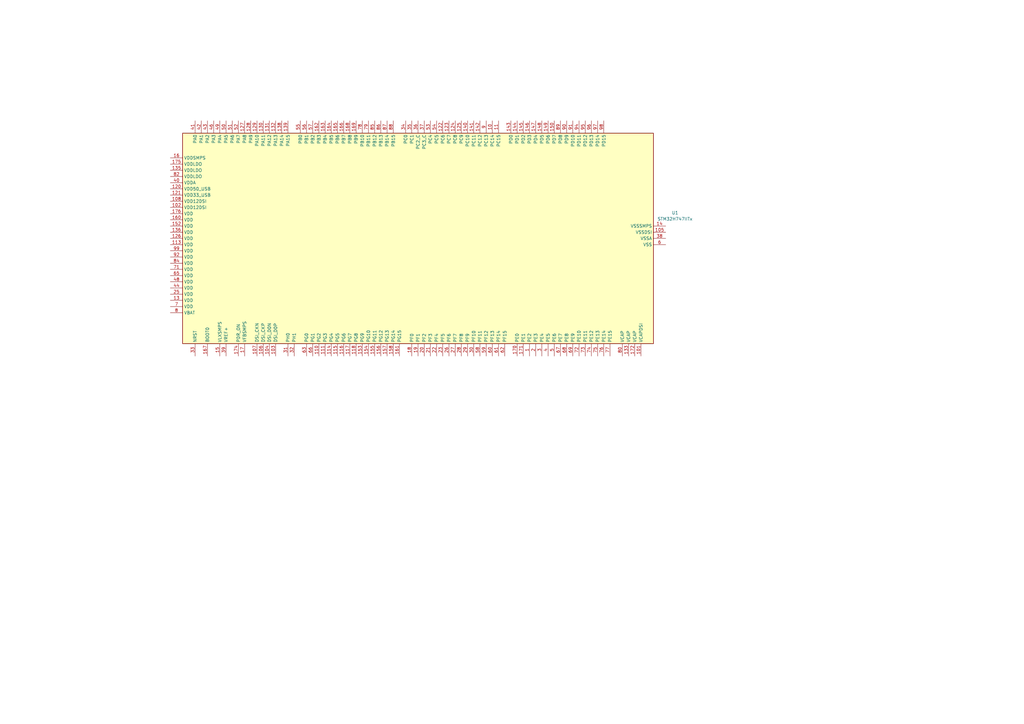
<source format=kicad_sch>
(kicad_sch (version 20250114) (generator "eeschema") (generator_version "9.0")
  (paper "A3")
  (lib_symbols
    (symbol "MCU_ST_STM32H7:STM32H747IITx"
      (property "Reference" "U" (at -43.18 97.79 0))
      (property "Value" "STM32H747IITx" (at 35.56 97.79 0))
      (symbol "STM32H747IITx_0_1"
        (rectangle (start -43.18 -96.52) (end 43.18 96.52) (stroke (width 0.254)) (fill (type background)))
      )
      (symbol "STM32H747IITx_1_1"
        (pin input line (at -48.26 91.44 0) (length 5.08) (name "NRST") (number "33"))
        (pin input line (at -48.26 86.36 0) (length 5.08) (name "BOOT0") (number "167"))
        (pin power_in line (at -48.26 81.28 0) (length 5.08) (name "VLXSMPS") (number "15"))
        (pin input line (at -48.26 78.74 0) (length 5.08) (name "VREF+") (number "39"))
        (pin input line (at -48.26 73.66 0) (length 5.08) (name "PDR_ON") (number "174"))
        (pin input line (at -48.26 71.12 0) (length 5.08) (name "VFBSMPS") (number "17"))
        (pin bidirectional line (at -48.26 66.04 0) (length 5.08) (name "DSI_CKN") (number "107"))
        (pin bidirectional line (at -48.26 63.5 0) (length 5.08) (name "DSI_CKP") (number "106"))
        (pin bidirectional line (at -48.26 60.96 0) (length 5.08) (name "DSI_D0N") (number "104"))
        (pin bidirectional line (at -48.26 58.42 0) (length 5.08) (name "DSI_D0P") (number "103"))
        (pin bidirectional line (at -48.26 53.34 0) (length 5.08) (name "PH0") (number "31"))
        (pin bidirectional line (at -48.26 50.8 0) (length 5.08) (name "PH1") (number "32"))
        (pin bidirectional line (at -48.26 45.72 0) (length 5.08) (name "PG0") (number "63"))
        (pin bidirectional line (at -48.26 43.18 0) (length 5.08) (name "PG1") (number "66"))
        (pin bidirectional line (at -48.26 40.64 0) (length 5.08) (name "PG2") (number "110"))
        (pin bidirectional line (at -48.26 38.1 0) (length 5.08) (name "PG3") (number "111"))
        (pin bidirectional line (at -48.26 35.56 0) (length 5.08) (name "PG4") (number "114"))
        (pin bidirectional line (at -48.26 33.02 0) (length 5.08) (name "PG5") (number "115"))
        (pin bidirectional line (at -48.26 30.48 0) (length 5.08) (name "PG6") (number "116"))
        (pin bidirectional line (at -48.26 27.94 0) (length 5.08) (name "PG7") (number "117"))
        (pin bidirectional line (at -48.26 25.4 0) (length 5.08) (name "PG8") (number "118"))
        (pin bidirectional line (at -48.26 22.86 0) (length 5.08) (name "PG9") (number "153"))
        (pin bidirectional line (at -48.26 20.32 0) (length 5.08) (name "PG10") (number "154"))
        (pin bidirectional line (at -48.26 17.78 0) (length 5.08) (name "PG11") (number "155"))
        (pin bidirectional line (at -48.26 15.24 0) (length 5.08) (name "PG12") (number "156"))
        (pin bidirectional line (at -48.26 12.7 0) (length 5.08) (name "PG13") (number "157"))
        (pin bidirectional line (at -48.26 10.16 0) (length 5.08) (name "PG14") (number "158"))
        (pin bidirectional line (at -48.26 7.62 0) (length 5.08) (name "PG15") (number "161"))
        (pin bidirectional line (at -48.26 2.54 0) (length 5.08) (name "PF0") (number "18"))
        (pin bidirectional line (at -48.26 0 0) (length 5.08) (name "PF1") (number "19"))
        (pin bidirectional line (at -48.26 -2.54 0) (length 5.08) (name "PF2") (number "20"))
        (pin bidirectional line (at -48.26 -5.08 0) (length 5.08) (name "PF3") (number "21"))
        (pin bidirectional line (at -48.26 -7.62 0) (length 5.08) (name "PF4") (number "22"))
        (pin bidirectional line (at -48.26 -10.16 0) (length 5.08) (name "PF5") (number "23"))
        (pin bidirectional line (at -48.26 -12.7 0) (length 5.08) (name "PF6") (number "26"))
        (pin bidirectional line (at -48.26 -15.24 0) (length 5.08) (name "PF7") (number "27"))
        (pin bidirectional line (at -48.26 -17.78 0) (length 5.08) (name "PF8") (number "28"))
        (pin bidirectional line (at -48.26 -20.32 0) (length 5.08) (name "PF9") (number "29"))
        (pin bidirectional line (at -48.26 -22.86 0) (length 5.08) (name "PF10") (number "30"))
        (pin bidirectional line (at -48.26 -25.4 0) (length 5.08) (name "PF11") (number "58"))
        (pin bidirectional line (at -48.26 -27.94 0) (length 5.08) (name "PF12") (number "59"))
        (pin bidirectional line (at -48.26 -30.48 0) (length 5.08) (name "PF13") (number "60"))
        (pin bidirectional line (at -48.26 -33.02 0) (length 5.08) (name "PF14") (number "61"))
        (pin bidirectional line (at -48.26 -35.56 0) (length 5.08) (name "PF15") (number "62"))
        (pin bidirectional line (at -48.26 -40.64 0) (length 5.08) (name "PE0") (number "170"))
        (pin bidirectional line (at -48.26 -43.18 0) (length 5.08) (name "PE1") (number "171"))
        (pin bidirectional line (at -48.26 -45.72 0) (length 5.08) (name "PE2") (number "1"))
        (pin bidirectional line (at -48.26 -48.26 0) (length 5.08) (name "PE3") (number "2"))
        (pin bidirectional line (at -48.26 -50.8 0) (length 5.08) (name "PE4") (number "3"))
        (pin bidirectional line (at -48.26 -53.34 0) (length 5.08) (name "PE5") (number "4"))
        (pin bidirectional line (at -48.26 -55.88 0) (length 5.08) (name "PE6") (number "5"))
        (pin bidirectional line (at -48.26 -58.42 0) (length 5.08) (name "PE7") (number "67"))
        (pin bidirectional line (at -48.26 -60.96 0) (length 5.08) (name "PE8") (number "68"))
        (pin bidirectional line (at -48.26 -63.5 0) (length 5.08) (name "PE9") (number "69"))
        (pin bidirectional line (at -48.26 -66.04 0) (length 5.08) (name "PE10") (number "72"))
        (pin bidirectional line (at -48.26 -68.58 0) (length 5.08) (name "PE11") (number "73"))
        (pin bidirectional line (at -48.26 -71.12 0) (length 5.08) (name "PE12") (number "74"))
        (pin bidirectional line (at -48.26 -73.66 0) (length 5.08) (name "PE13") (number "75"))
        (pin bidirectional line (at -48.26 -76.2 0) (length 5.08) (name "PE14") (number "76"))
        (pin bidirectional line (at -48.26 -78.74 0) (length 5.08) (name "PE15") (number "77"))
        (pin power_out line (at -48.26 -83.82 0) (length 5.08) (name "VCAP") (number "80"))
        (pin power_out line (at -48.26 -86.36 0) (length 5.08) (name "VCAP") (number "133"))
        (pin power_out line (at -48.26 -88.9 0) (length 5.08) (name "VCAP") (number "172"))
        (pin power_out line (at -48.26 -91.44 0) (length 5.08) (name "VCAPDSI") (number "101"))
        (pin power_in line (at -30.48 101.6 270) (length 5.08) (name "VBAT") (number "8"))
        (pin power_in line (at -27.94 101.6 270) (length 5.08) (name "VDD") (number "7"))
        (pin power_in line (at -25.4 101.6 270) (length 5.08) (name "VDD") (number "13"))
        (pin power_in line (at -22.86 101.6 270) (length 5.08) (name "VDD") (number "25"))
        (pin power_in line (at -20.32 101.6 270) (length 5.08) (name "VDD") (number "44"))
        (pin power_in line (at -17.78 101.6 270) (length 5.08) (name "VDD") (number "48"))
        (pin power_in line (at -15.24 101.6 270) (length 5.08) (name "VDD") (number "65"))
        (pin power_in line (at -12.7 101.6 270) (length 5.08) (name "VDD") (number "71"))
        (pin power_in line (at -10.16 101.6 270) (length 5.08) (name "VDD") (number "84"))
        (pin power_in line (at -7.62 101.6 270) (length 5.08) (name "VDD") (number "92"))
        (pin power_in line (at -5.08 101.6 270) (length 5.08) (name "VDD") (number "99"))
        (pin power_in line (at -2.54 101.6 270) (length 5.08) (name "VDD") (number "113"))
        (pin passive line (at -2.54 -101.6 90) (length 5.08) (hide yes) (name "VSS") (number "100"))
        (pin passive line (at -2.54 -101.6 90) (length 5.08) (hide yes) (name "VSS") (number "112"))
        (pin passive line (at -2.54 -101.6 90) (length 5.08) (hide yes) (name "VSS") (number "119"))
        (pin passive line (at -2.54 -101.6 90) (length 5.08) (hide yes) (name "VSS") (number "12"))
        (pin passive line (at -2.54 -101.6 90) (length 5.08) (hide yes) (name "VSS") (number "134"))
        (pin passive line (at -2.54 -101.6 90) (length 5.08) (hide yes) (name "VSS") (number "137"))
        (pin passive line (at -2.54 -101.6 90) (length 5.08) (hide yes) (name "VSS") (number "151"))
        (pin passive line (at -2.54 -101.6 90) (length 5.08) (hide yes) (name "VSS") (number "159"))
        (pin passive line (at -2.54 -101.6 90) (length 5.08) (hide yes) (name "VSS") (number "173"))
        (pin passive line (at -2.54 -101.6 90) (length 5.08) (hide yes) (name "VSS") (number "24"))
        (pin passive line (at -2.54 -101.6 90) (length 5.08) (hide yes) (name "VSS") (number "45"))
        (pin passive line (at -2.54 -101.6 90) (length 5.08) (hide yes) (name "VSS") (number "47"))
        (pin power_in line (at -2.54 -101.6 90) (length 5.08) (name "VSS") (number "6"))
        (pin passive line (at -2.54 -101.6 90) (length 5.08) (hide yes) (name "VSS") (number "64"))
        (pin passive line (at -2.54 -101.6 90) (length 5.08) (hide yes) (name "VSS") (number "70"))
        (pin passive line (at -2.54 -101.6 90) (length 5.08) (hide yes) (name "VSS") (number "81"))
        (pin passive line (at -2.54 -101.6 90) (length 5.08) (hide yes) (name "VSS") (number "83"))
        (pin passive line (at -2.54 -101.6 90) (length 5.08) (hide yes) (name "VSS") (number "93"))
        (pin power_in line (at 0 101.6 270) (length 5.08) (name "VDD") (number "126"))
        (pin power_in line (at 0 -101.6 90) (length 5.08) (name "VSSA") (number "38"))
        (pin power_in line (at 2.54 101.6 270) (length 5.08) (name "VDD") (number "136"))
        (pin power_in line (at 2.54 -101.6 90) (length 5.08) (name "VSSDSI") (number "105"))
        (pin passive line (at 2.54 -101.6 90) (length 5.08) (hide yes) (name "VSSDSI") (number "109"))
        (pin power_in line (at 5.08 101.6 270) (length 5.08) (name "VDD") (number "152"))
        (pin power_in line (at 5.08 -101.6 90) (length 5.08) (name "VSSSMPS") (number "14"))
        (pin power_in line (at 7.62 101.6 270) (length 5.08) (name "VDD") (number "160"))
        (pin power_in line (at 10.16 101.6 270) (length 5.08) (name "VDD") (number "176"))
        (pin power_in line (at 12.7 101.6 270) (length 5.08) (name "VDD12DSI") (number "102"))
        (pin power_in line (at 15.24 101.6 270) (length 5.08) (name "VDD12DSI") (number "108"))
        (pin power_in line (at 17.78 101.6 270) (length 5.08) (name "VDD33_USB") (number "121"))
        (pin power_in line (at 20.32 101.6 270) (length 5.08) (name "VDD50_USB") (number "120"))
        (pin power_in line (at 22.86 101.6 270) (length 5.08) (name "VDDA") (number "40"))
        (pin power_in line (at 25.4 101.6 270) (length 5.08) (name "VDDLDO") (number "82"))
        (pin power_in line (at 27.94 101.6 270) (length 5.08) (name "VDDLDO") (number "135"))
        (pin power_in line (at 30.48 101.6 270) (length 5.08) (name "VDDLDO") (number "175"))
        (pin power_in line (at 33.02 101.6 270) (length 5.08) (name "VDDSMPS") (number "16"))
        (pin bidirectional line (at 48.26 91.44 180) (length 5.08) (name "PA0") (number "41"))
        (pin bidirectional line (at 48.26 88.9 180) (length 5.08) (name "PA1") (number "42"))
        (pin bidirectional line (at 48.26 86.36 180) (length 5.08) (name "PA2") (number "43"))
        (pin bidirectional line (at 48.26 83.82 180) (length 5.08) (name "PA3") (number "46"))
        (pin bidirectional line (at 48.26 81.28 180) (length 5.08) (name "PA4") (number "49"))
        (pin bidirectional line (at 48.26 78.74 180) (length 5.08) (name "PA5") (number "50"))
        (pin bidirectional line (at 48.26 76.2 180) (length 5.08) (name "PA6") (number "51"))
        (pin bidirectional line (at 48.26 73.66 180) (length 5.08) (name "PA7") (number "52"))
        (pin bidirectional line (at 48.26 71.12 180) (length 5.08) (name "PA8") (number "127"))
        (pin bidirectional line (at 48.26 68.58 180) (length 5.08) (name "PA9") (number "128"))
        (pin bidirectional line (at 48.26 66.04 180) (length 5.08) (name "PA10") (number "129"))
        (pin bidirectional line (at 48.26 63.5 180) (length 5.08) (name "PA11") (number "130"))
        (pin bidirectional line (at 48.26 60.96 180) (length 5.08) (name "PA12") (number "131"))
        (pin bidirectional line (at 48.26 58.42 180) (length 5.08) (name "PA13") (number "132"))
        (pin bidirectional line (at 48.26 55.88 180) (length 5.08) (name "PA14") (number "138"))
        (pin bidirectional line (at 48.26 53.34 180) (length 5.08) (name "PA15") (number "139"))
        (pin bidirectional line (at 48.26 48.26 180) (length 5.08) (name "PB0") (number "55"))
        (pin bidirectional line (at 48.26 45.72 180) (length 5.08) (name "PB1") (number "56"))
        (pin bidirectional line (at 48.26 43.18 180) (length 5.08) (name "PB2") (number "57"))
        (pin bidirectional line (at 48.26 40.64 180) (length 5.08) (name "PB3") (number "162"))
        (pin bidirectional line (at 48.26 38.1 180) (length 5.08) (name "PB4") (number "163"))
        (pin bidirectional line (at 48.26 35.56 180) (length 5.08) (name "PB5") (number "164"))
        (pin bidirectional line (at 48.26 33.02 180) (length 5.08) (name "PB6") (number "165"))
        (pin bidirectional line (at 48.26 30.48 180) (length 5.08) (name "PB7") (number "166"))
        (pin bidirectional line (at 48.26 27.94 180) (length 5.08) (name "PB8") (number "168"))
        (pin bidirectional line (at 48.26 25.4 180) (length 5.08) (name "PB9") (number "169"))
        (pin bidirectional line (at 48.26 22.86 180) (length 5.08) (name "PB10") (number "78"))
        (pin bidirectional line (at 48.26 20.32 180) (length 5.08) (name "PB11") (number "79"))
        (pin bidirectional line (at 48.26 17.78 180) (length 5.08) (name "PB12") (number "85"))
        (pin bidirectional line (at 48.26 15.24 180) (length 5.08) (name "PB13") (number "86"))
        (pin bidirectional line (at 48.26 12.7 180) (length 5.08) (name "PB14") (number "87"))
        (pin bidirectional line (at 48.26 10.16 180) (length 5.08) (name "PB15") (number "88"))
        (pin bidirectional line (at 48.26 5.08 180) (length 5.08) (name "PC0") (number "34"))
        (pin bidirectional line (at 48.26 2.54 180) (length 5.08) (name "PC1") (number "35"))
        (pin bidirectional line (at 48.26 0 180) (length 5.08) (name "PC2_C") (number "36"))
        (pin bidirectional line (at 48.26 -2.54 180) (length 5.08) (name "PC3_C") (number "37"))
        (pin bidirectional line (at 48.26 -5.08 180) (length 5.08) (name "PC4") (number "53"))
        (pin bidirectional line (at 48.26 -7.62 180) (length 5.08) (name "PC5") (number "54"))
        (pin bidirectional line (at 48.26 -10.16 180) (length 5.08) (name "PC6") (number "122"))
        (pin bidirectional line (at 48.26 -12.7 180) (length 5.08) (name "PC7") (number "123"))
        (pin bidirectional line (at 48.26 -15.24 180) (length 5.08) (name "PC8") (number "124"))
        (pin bidirectional line (at 48.26 -17.78 180) (length 5.08) (name "PC9") (number "125"))
        (pin bidirectional line (at 48.26 -20.32 180) (length 5.08) (name "PC10") (number "140"))
        (pin bidirectional line (at 48.26 -22.86 180) (length 5.08) (name "PC11") (number "141"))
        (pin bidirectional line (at 48.26 -25.4 180) (length 5.08) (name "PC12") (number "142"))
        (pin bidirectional line (at 48.26 -27.94 180) (length 5.08) (name "PC13") (number "9"))
        (pin bidirectional line (at 48.26 -30.48 180) (length 5.08) (name "PC14") (number "10"))
        (pin bidirectional line (at 48.26 -33.02 180) (length 5.08) (name "PC15") (number "11"))
        (pin bidirectional line (at 48.26 -38.1 180) (length 5.08) (name "PD0") (number "143"))
        (pin bidirectional line (at 48.26 -40.64 180) (length 5.08) (name "PD1") (number "144"))
        (pin bidirectional line (at 48.26 -43.18 180) (length 5.08) (name "PD2") (number "145"))
        (pin bidirectional line (at 48.26 -45.72 180) (length 5.08) (name "PD3") (number "146"))
        (pin bidirectional line (at 48.26 -48.26 180) (length 5.08) (name "PD4") (number "147"))
        (pin bidirectional line (at 48.26 -50.8 180) (length 5.08) (name "PD5") (number "148"))
        (pin bidirectional line (at 48.26 -53.34 180) (length 5.08) (name "PD6") (number "149"))
        (pin bidirectional line (at 48.26 -55.88 180) (length 5.08) (name "PD7") (number "150"))
        (pin bidirectional line (at 48.26 -58.42 180) (length 5.08) (name "PD8") (number "89"))
        (pin bidirectional line (at 48.26 -60.96 180) (length 5.08) (name "PD9") (number "90"))
        (pin bidirectional line (at 48.26 -63.5 180) (length 5.08) (name "PD10") (number "91"))
        (pin bidirectional line (at 48.26 -66.04 180) (length 5.08) (name "PD11") (number "94"))
        (pin bidirectional line (at 48.26 -68.58 180) (length 5.08) (name "PD12") (number "95"))
        (pin bidirectional line (at 48.26 -71.12 180) (length 5.08) (name "PD13") (number "96"))
        (pin bidirectional line (at 48.26 -73.66 180) (length 5.08) (name "PD14") (number "97"))
        (pin bidirectional line (at 48.26 -76.2 180) (length 5.08) (name "PD15") (number "98"))
      )
    )
  )
  (symbol (lib_id "MCU_ST_STM32H7:STM32H747IITx") (at 171.45 97.79 90) (unit 1)
    (property "Reference" "U1" (at 276.86 87.2646 90))
    (property "Value" "STM32H747IITx" (at 276.86 89.8046 90))
    (property "Footprint" "Package_QFP:LQFP-176_24x24mm_P0.5mm" (effects (hide yes)))
    (property "Datasheet" "https://www.st.com/resource/en/datasheet/stm32h747ii.pdf" (effects (hide yes)))
    (property "Description" "STMicroelectronics Arm Cortex-M7 MCU, 2048KB flash, 1024KB RAM, 480 MHz, 1.62-3.6V, 114 GPIO, LQFP176" (effects (hide yes)))
  )
)
</source>
